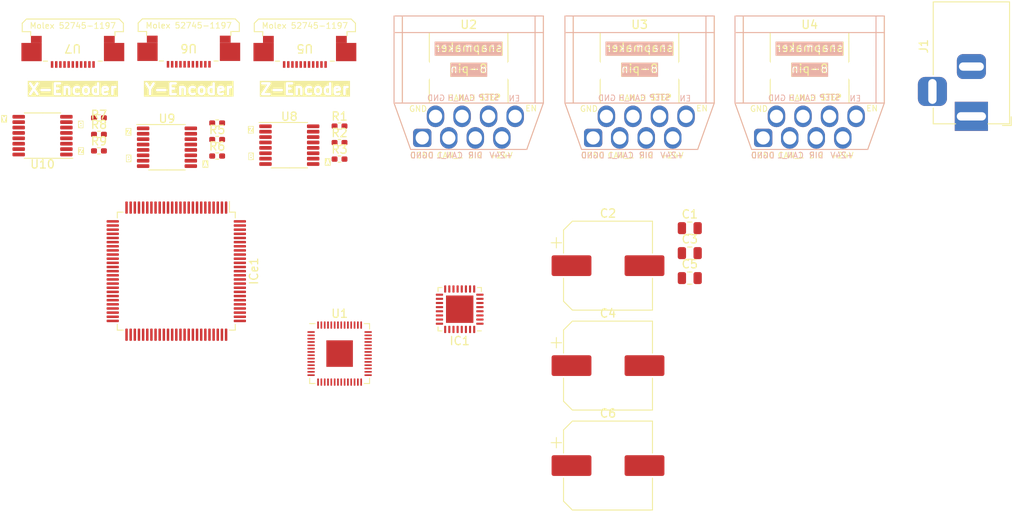
<source format=kicad_pcb>
(kicad_pcb (version 20221018) (generator pcbnew)
  (layers (0 "F.Cu" signal) (31 "B.Cu" signal) (34 "B.Paste" user) (35 "F.Paste" user) (36 "B.SilkS" user "B.Silkscreen") (37 "F.SilkS" user "F.Silkscreen") (38 "B.Mask" user) (39 "F.Mask" user) (44 "Edge.Cuts" user))
  (net 0 "")
  (net 20 "Net-(ICe1-ENC1_A)")
  (net 21 "Net-(ICe1-ENC1_B)")
  (net 22 "Net-(ICe1-ENC1_N)")
  (net 23 "Net-(ICe1-ENC2_A)")
  (net 24 "Net-(ICe1-ENC2_B)")
  (net 25 "Net-(ICe1-ENC2_N)")
  (net 27 "Net-(ICe1-ENC3_A)")
  (net 28 "Net-(ICe1-ENC3_B)")
  (net 30 "Net-(ICe1-ENC3_N)")
  (net 83 "Net-(U1-IOVDD-Pad1)")
  (net 103 "Net-(U1-DVDD-Pad23)")
  (net 143 "Net-(U4-+24V)")
  (net 144 "Net-(U3-+24V)")
  (net 145 "Net-(U2-+24V)")
  (net 146 "Net-(IC1-SDO_S_S1)")
  (net 147 "Net-(IC1-SCK_S_D1)")
  (net 148 "Net-(IC1-~{SCS_S_S2})")
  (net 149 "Net-(IC1-~{SCS2_S3})")
  (net 150 "Net-(IC1-~{SCS3_D3})")
  (net 151 "Net-(IC1-SDI_S_D2)")
  (net 152 "/EN motors")
  (net 153 "GND")
  (net 154 "Net-(IC1-~{SCS_C})")
  (net 155 "Net-(IC1-SCK_C)")
  (net 156 "Net-(IC1-SDI_C)")
  (net 157 "Net-(IC1-SDOZ_C)")
  (net 158 "Net-(U5-B-)")
  (net 159 "Net-(U5-B+)")
  (net 160 "Net-(U5-Z-)")
  (net 161 "Net-(U5-Z+)")
  (net 162 "Net-(U5-A-)")
  (net 163 "Net-(U5-A+)")
  (net 164 "Net-(U6-Z-)")
  (net 165 "Net-(U6-Z+)")
  (net 167 "Net-(U6-B-)")
  (net 168 "Net-(U6-B+)")
  (net 169 "Net-(U6-A-)")
  (net 170 "Net-(U6-A+)")
  (net 171 "Net-(U10-1B)")
  (net 172 "Net-(U10-1A)")
  (net 173 "Net-(U10-2B)")
  (net 174 "Net-(U10-2A)")
  (net 175 "Net-(U10-3B)")
  (net 176 "Net-(U10-3A)")
  (net 178 "/+5V")
  (footprint "Resistor_SMD:R_0402_1005Metric_Pad0.72x0.64mm_HandSolder" (layer "F.Cu") (at 27.175 37.415)
    (fp_text reference "R9" (at 0 -1.17) (layer "F.SilkS"))
    (fp_text value "120")
    (pad "1" smd roundrect (at -0.5975 0) (size 0.715 0.64) (layers "F.Cu" "F.Paste" "F.Mask") (net 175 "Net-(U10-3B)"))
    (pad "2" smd roundrect (at 0.5975 0) (size 0.715 0.64) (layers "F.Cu" "F.Paste" "F.Mask") (net 176 "Net-(U10-3A)"))
  )
  (footprint "Resistor_SMD:R_0402_1005Metric_Pad0.72x0.64mm_HandSolder" (layer "F.Cu") (at 27.175 35.425)
    (fp_text reference "R8" (at 0 -1.17) (layer "F.SilkS"))
    (fp_text value "120")
    (pad "1" smd roundrect (at -0.5975 0) (size 0.715 0.64) (layers "F.Cu" "F.Paste" "F.Mask") (net 173 "Net-(U10-2B)"))
    (pad "2" smd roundrect (at 0.5975 0) (size 0.715 0.64) (layers "F.Cu" "F.Paste" "F.Mask") (net 174 "Net-(U10-2A)"))
  )
  (footprint "medjed-mainboard:snapmaker_8-pin" (layer "F.Cu") (at 71.75 31.65)
    (fp_text reference "U2" (at 0 -9.452 unlocked) (layer "F.SilkS"))
    (fp_text value "~")
    (fp_text user "+24V" (at 3.902243 6.694363 unlocked) (layer "B.SilkS") (effects (font (size 0.7 0.7) (thickness 0.1)) (justify bottom mirror)))
    (fp_text user "DGND" (at -5.653283 6.711068 unlocked) (layer "B.SilkS") (effects (font (size 0.7 0.7) (thickness 0.1)) (justify bottom mirror)))
    (fp_text user "CAN_L" (at -2.278779 6.711068 unlocked) (layer "B.SilkS") (effects (font (size 0.7 0.7) (thickness 0.1)) (justify bottom mirror)))
    (fp_text user "snapmaker" (at 0 -6.096 unlocked) (layer "B.SilkS" knockout) (effects (justify bottom mirror)))
    (fp_text user "CAN_H" (at -0.903861 -0.209836 unlocked) (layer "B.SilkS") (effects (font (size 0.7 0.7) (thickness 0.1)) (justify bottom mirror)))
    (fp_text user "EN" (at 6.247616 -0.137944 unlocked) (layer "B.SilkS") (effects (font (size 0.7 0.7) (thickness 0.1)) (justify left bottom mirror)))
    (fp_text user "8-pin" (at 0 -3.556 unlocked) (layer "B.SilkS" knockout) (effects (justify bottom mirror)))
    (fp_text user "STEP" (at 2.408302 -0.262986 unlocked) (layer "B.SilkS") (effects (font (size 0.7 0.7) (thickness 0.1)) (justify bottom mirror)))
    (fp_text user "DIR" (at 0.795026 6.694363 unlocked) (layer "B.SilkS") (effects (font (size 0.7 0.7) (thickness 0.1)) (justify bottom mirror)))
    (fp_text user "GND" (at -3.933479 -0.194218 unlocked) (layer "B.SilkS") (effects (font (size 0.7 0.7) (thickness 0.1)) (justify bottom mirror)))
    (fp_text user "EN" (at 6.775583 1.045608 unlocked) (layer "F.SilkS") (effects (font (size 0.7 0.7) (thickness 0.1)) (justify left bottom)))
    (fp_text user "CAN_H" (at -2.562273 -0.211602 unlocked) (layer "F.SilkS") (effects (font (size 0.7 0.7) (thickness 0.1)) (justify left bottom)))
    (fp_text user "STEP" (at 1.213161 -0.267287 unlocked) (layer "F.SilkS") (effects (font (size 0.7 0.7)) (justify left bottom)))
    (fp_text user "DIR" (at 0.786302 6.730219 unlocked) (layer "F.SilkS") (effects (font (size 0.7 0.7) (thickness 0.1)) (justify bottom)))
    (fp_text user "DGND" (at -5.632547 6.708533 unlocked) (layer "F.SilkS") (effects (font (size 0.7 0.7) (thickness 0.1)) (justify bottom)))
    (fp_text user "GND" (at -6.108902 1.097671 unlocked) (layer "F.SilkS") (effects (font (size 0.7 0.7) (thickness 0.1)) (justify bottom)))
    (fp_text user "8-pin" (at 0 -3.556 unlocked) (layer "F.SilkS" knockout) (effects (justify bottom)))
    (fp_text user "+24V" (at 3.895635 6.707945 unlocked) (layer "F.SilkS") (effects (font (size 0.7 0.7) (thickness 0.1)) (justify bottom)))
    (fp_text user "snapmaker" (at 0 -6.096 unlocked) (layer "F.SilkS" knockout) (effects (justify bottom)))
    (fp_text user "CAN_L" (at -2.267835 6.712246 unlocked) (layer "F.SilkS") (effects (font (size 0.7 0.7) (thickness 0.1)) (justify bottom)))
    (pad "" np_thru_hole circle (at -6 -3.9) (size 3.2 3.2) (drill 3.2) (layers "F&B.Cu" "*.Mask"))
    (pad "" np_thru_hole circle (at 6 -3.9) (size 3.2 3.2) (drill 3.2) (layers "F&B.Cu" "*.Mask"))
    (pad "1" thru_hole roundrect (at -5.6 4.2 270) (size 2.2 2.2) (drill 1.6) (layers "*.Cu" "*.Mask") (roundrect_rratio 0.2))
    (pad "2" thru_hole roundrect (at -4 1.6) (size 2.1 2.6) (drill 1.6) (layers "*.Cu" "*.Mask") (roundrect_rratio 0.5) (net 153 "GND"))
    (pad "3" thru_hole roundrect (at -2.4 4.2 180) (size 2.1 2.6) (drill 1.6) (layers "*.Cu" "*.Mask") (roundrect_rratio 0.5))
    (pad "4" thru_hole roundrect (at -0.8 1.6 180) (size 2.1 2.6) (drill 1.6) (layers "*.Cu" "*.Mask") (roundrect_rratio 0.5))
    (pad "5" thru_hole roundrect (at 0.8 4.2 180) (size 2.1 2.6) (drill 1.6) (layers "*.Cu" "*.Mask") (roundrect_rratio 0.5) (net 151 "Net-(IC1-SDI_S_D2)"))
    (pad "6" thru_hole roundrect (at 2.4 1.6 180) (size 2.1 2.6) (drill 1.6) (layers "*.Cu" "*.Mask") (roundrect_rratio 0.5) (net 148 "Net-(IC1-~{SCS_S_S2})"))
    (pad "7" thru_hole roundrect (at 4 4.2 180) (size 2.1 2.6) (drill 1.6) (layers "*.Cu" "*.Mask") (roundrect_rratio 0.5) (net 145 "Net-(U2-+24V)"))
    (pad "8" thru_hole roundrect (at 5.6 1.6 180) (size 2.1 2.6) (drill 1.6) (layers "*.Cu" "*.Mask") (roundrect_rratio 0.5) (net 152 "/EN motors"))
  )
  (footprint "medjed-mainboard:TSSOP-16-AM26LS32A" (layer "F.Cu") (at 20.375 35.575 180)
    (fp_text reference "U10" (at 0 -3.45) (layer "F.SilkS"))
    (fp_text value "~")
    (fp_text user "B" (at -4.625346 1.727824 180 unlocked) (layer "F.SilkS" knockout) (effects (font (size 0.6 0.6) (thickness 0.15) bold) (justify bottom)))
    (fp_text user "A" (at 4.631231 2.411775 180 unlocked) (layer "F.SilkS" knockout) (effects (font (size 0.6 0.6) (thickness 0.15) bold) (justify bottom)))
    (fp_text user "Z" (at -4.638889 -1.476602 180 unlocked) (layer "F.SilkS" knockout) (effects (font (size 0.6 0.6) (thickness 0.15) bold) (justify bottom)))
    (pad "1" smd roundrect (at -2.875 -2.275 180) (size 1.5 0.45) (layers "F.Cu" "F.Paste" "F.Mask") (net 171 "Net-(U10-1B)"))
    (pad "2" smd roundrect (at -2.875 -1.625 180) (size 1.5 0.45) (layers "F.Cu" "F.Paste" "F.Mask") (net 172 "Net-(U10-1A)"))
    (pad "3" smd roundrect (at -2.875 -0.975 180) (size 1.5 0.45) (layers "F.Cu" "F.Paste" "F.Mask") (net 30 "Net-(ICe1-ENC3_N)"))
    (pad "4" smd roundrect (at -2.875 -0.325 180) (size 1.5 0.45) (layers "F.Cu" "F.Paste" "F.Mask"))
    (pad "5" smd roundrect (at -2.875 0.325 180) (size 1.5 0.45) (layers "F.Cu" "F.Paste" "F.Mask") (net 28 "Net-(ICe1-ENC3_B)"))
    (pad "6" smd roundrect (at -2.875 0.975 180) (size 1.5 0.45) (layers "F.Cu" "F.Paste" "F.Mask") (net 174 "Net-(U10-2A)"))
    (pad "7" smd roundrect (at -2.875 1.625 180) (size 1.5 0.45) (layers "F.Cu" "F.Paste" "F.Mask") (net 173 "Net-(U10-2B)"))
    (pad "8" smd roundrect (at -2.875 2.275 180) (size 1.5 0.45) (layers "F.Cu" "F.Paste" "F.Mask") (net 153 "GND"))
    (pad "9" smd roundrect (at 2.875 2.275 180) (size 1.5 0.45) (layers "F.Cu" "F.Paste" "F.Mask") (net 175 "Net-(U10-3B)"))
    (pad "10" smd roundrect (at 2.875 1.625 180) (size 1.5 0.45) (layers "F.Cu" "F.Paste" "F.Mask") (net 176 "Net-(U10-3A)"))
    (pad "11" smd roundrect (at 2.875 0.975 180) (size 1.5 0.45) (layers "F.Cu" "F.Paste" "F.Mask") (net 27 "Net-(ICe1-ENC3_A)"))
    (pad "12" smd roundrect (at 2.875 0.325 180) (size 1.5 0.45) (layers "F.Cu" "F.Paste" "F.Mask"))
    (pad "13" smd roundrect (at 2.875 -0.325 180) (size 1.5 0.45) (layers "F.Cu" "F.Paste" "F.Mask"))
    (pad "14" smd roundrect (at 2.875 -0.975 180) (size 1.5 0.45) (layers "F.Cu" "F.Paste" "F.Mask"))
    (pad "15" smd roundrect (at 2.875 -1.625 180) (size 1.5 0.45) (layers "F.Cu" "F.Paste" "F.Mask"))
    (pad "16" smd roundrect (at 2.875 -2.275 180) (size 1.5 0.45) (layers "F.Cu" "F.Paste" "F.Mask") (net 178 "/+5V"))
  )
  (footprint "medjed-mainboard:CP_Elec_220uf" (layer "F.Cu") (at 88.542 75.35)
    (fp_text reference "C6" (at 0 -6.3) (layer "F.SilkS"))
    (fp_text value "220uF")
    (pad "1" smd roundrect (at -4.4 0) (size 4.8 2.5) (layers "F.Cu" "F.Paste" "F.Mask") (roundrect_rratio 0.1) (net 144 "Net-(U3-+24V)"))
    (pad "2" smd roundrect (at 4.4 0) (size 4.8 2.5) (layers "F.Cu" "F.Paste" "F.Mask") (roundrect_rratio 0.1) (net 153 "GND"))
  )
  (footprint "medjed-mainboard:BarrelJack_Horizontal" (layer "F.Cu") (at 132.35 33.25 -90)
    (fp_text reference "J1" (at -8.45 5.75 90) (layer "F.SilkS"))
    (fp_text value "Barrel_Jack")
    (pad "1" thru_hole rect (at 0 0 270) (size 3.5 4) (drill oval 1 3.52) (layers "*.Cu" "*.Mask"))
    (pad "2" thru_hole roundrect (at -6 0 270) (size 3 3.5) (drill oval 1 3) (layers "*.Cu" "*.Mask"))
    (pad "3" thru_hole roundrect (at -3 4.7 270) (size 3.5 3.5) (drill oval 3 1) (layers "*.Cu" "*.Mask"))
  )
  (footprint "Resistor_SMD:R_0402_1005Metric_Pad0.72x0.64mm_HandSolder" (layer "F.Cu") (at 41.425 34.055)
    (fp_text reference "R4" (at 32.25 -9.17) (layer "F.SilkS"))
    (fp_text value "120")
    (pad "1" smd roundrect (at -0.5975 0) (size 0.715 0.64) (layers "F.Cu" "F.Paste" "F.Mask") (net 164 "Net-(U6-Z-)"))
    (pad "2" smd roundrect (at 0.5975 0) (size 0.715 0.64) (layers "F.Cu" "F.Paste" "F.Mask") (net 165 "Net-(U6-Z+)"))
  )
  (footprint "Resistor_SMD:R_0402_1005Metric_Pad0.72x0.64mm_HandSolder" (layer "F.Cu") (at 56.175 34.425)
    (fp_text reference "R1" (at 0 -1.17) (layer "F.SilkS"))
    (fp_text value "120")
    (pad "1" smd roundrect (at -0.5975 0) (size 0.715 0.64) (layers "F.Cu" "F.Paste" "F.Mask") (net 158 "Net-(U5-B-)"))
    (pad "2" smd roundrect (at 0.5975 0) (size 0.715 0.64) (layers "F.Cu" "F.Paste" "F.Mask") (net 159 "Net-(U5-B+)"))
  )
  (footprint "Resistor_SMD:R_0402_1005Metric_Pad0.72x0.64mm_HandSolder" (layer "F.Cu") (at 41.425 36.045)
    (fp_text reference "R5" (at 0 -1.17) (layer "F.SilkS"))
    (fp_text value "120")
    (pad "1" smd roundrect (at -0.5975 0) (size 0.715 0.64) (layers "F.Cu" "F.Paste" "F.Mask") (net 167 "Net-(U6-B-)"))
    (pad "2" smd roundrect (at 0.5975 0) (size 0.715 0.64) (layers "F.Cu" "F.Paste" "F.Mask") (net 168 "Net-(U6-B+)"))
  )
  (footprint "Package_DFN_QFN:QFN-56-1EP_7x7mm_P0.4mm_EP3.2x3.2mm" (layer "F.Cu") (at 56.1875 61.85)
    (fp_text reference "U1" (at 0 -4.82) (layer "F.SilkS"))
    (fp_text value "RP2040")
    (pad "1" smd roundrect (at -3.4375 -2.6) (size 0.875 0.2) (layers "F.Cu" "F.Paste" "F.Mask") (net 83 "Net-(U1-IOVDD-Pad1)"))
    (pad "2" smd roundrect (at -3.4375 -2.2) (size 0.875 0.2) (layers "F.Cu" "F.Paste" "F.Mask"))
    (pad "3" smd roundrect (at -3.4375 -1.8) (size 0.875 0.2) (layers "F.Cu" "F.Paste" "F.Mask"))
    (pad "4" smd roundrect (at -3.4375 -1.4) (size 0.875 0.2) (layers "F.Cu" "F.Paste" "F.Mask"))
    (pad "5" smd roundrect (at -3.4375 -1) (size 0.875 0.2) (layers "F.Cu" "F.Paste" "F.Mask"))
    (pad "6" smd roundrect (at -3.4375 -0.6) (size 0.875 0.2) (layers "F.Cu" "F.Paste" "F.Mask"))
    (pad "7" smd roundrect (at -3.4375 -0.2) (size 0.875 0.2) (layers "F.Cu" "F.Paste" "F.Mask"))
    (pad "8" smd roundrect (at -3.4375 0.2) (size 0.875 0.2) (layers "F.Cu" "F.Paste" "F.Mask"))
    (pad "9" smd roundrect (at -3.4375 0.6) (size 0.875 0.2) (layers "F.Cu" "F.Paste" "F.Mask"))
    (pad "10" smd roundrect (at -3.4375 1) (size 0.875 0.2) (layers "F.Cu" "F.Paste" "F.Mask") (net 83 "Net-(U1-IOVDD-Pad1)"))
    (pad "11" smd roundrect (at -3.4375 1.4) (size 0.875 0.2) (layers "F.Cu" "F.Paste" "F.Mask"))
    (pad "12" smd roundrect (at -3.4375 1.8) (size 0.875 0.2) (layers "F.Cu" "F.Paste" "F.Mask"))
    (pad "13" smd roundrect (at -3.4375 2.2) (size 0.875 0.2) (layers "F.Cu" "F.Paste" "F.Mask"))
    (pad "14" smd roundrect (at -3.4375 2.6) (size 0.875 0.2) (layers "F.Cu" "F.Paste" "F.Mask"))
    (pad "15" smd roundrect (at -2.6 3.4375) (size 0.2 0.875) (layers "F.Cu" "F.Paste" "F.Mask"))
    (pad "16" smd roundrect (at -2.2 3.4375) (size 0.2 0.875) (layers "F.Cu" "F.Paste" "F.Mask"))
    (pad "17" smd roundrect (at -1.8 3.4375) (size 0.2 0.875) (layers "F.Cu" "F.Paste" "F.Mask"))
    (pad "18" smd roundrect (at -1.4 3.4375) (size 0.2 0.875) (layers "F.Cu" "F.Paste" "F.Mask"))
    (pad "19" smd roundrect (at -1 3.4375) (size 0.2 0.875) (layers "F.Cu" "F.Paste" "F.Mask"))
    (pad "20" smd roundrect (at -0.6 3.4375) (size 0.2 0.875) (layers "F.Cu" "F.Paste" "F.Mask"))
    (pad "21" smd roundrect (at -0.2 3.4375) (size 0.2 0.875) (layers "F.Cu" "F.Paste" "F.Mask"))
    (pad "22" smd roundrect (at 0.2 3.4375) (size 0.2 0.875) (layers "F.Cu" "F.Paste" "F.Mask") (net 83 "Net-(U1-IOVDD-Pad1)"))
    (pad "23" smd roundrect (at 0.6 3.4375) (size 0.2 0.875) (layers "F.Cu" "F.Paste" "F.Mask") (net 103 "Net-(U1-DVDD-Pad23)"))
    (pad "24" smd roundrect (at 1 3.4375) (size 0.2 0.875) (layers "F.Cu" "F.Paste" "F.Mask"))
    (pad "25" smd roundrect (at 1.4 3.4375) (size 0.2 0.875) (layers "F.Cu" "F.Paste" "F.Mask"))
    (pad "26" smd roundrect (at 1.8 3.4375) (size 0.2 0.875) (layers "F.Cu" "F.Paste" "F.Mask"))
    (pad "27" smd roundrect (at 2.2 3.4375) (size 0.2 0.875) (layers "F.Cu" "F.Paste" "F.Mask"))
    (pad "28" smd roundrect (at 2.6 3.4375) (size 0.2 0.875) (layers "F.Cu" "F.Paste" "F.Mask"))
    (pad "29" smd roundrect (at 3.4375 2.6) (size 0.875 0.2) (layers "F.Cu" "F.Paste" "F.Mask"))
    (pad "30" smd roundrect (at 3.4375 2.2) (size 0.875 0.2) (layers "F.Cu" "F.Paste" "F.Mask"))
    (pad "31" smd roundrect (at 3.4375 1.8) (size 0.875 0.2) (layers "F.Cu" "F.Paste" "F.Mask"))
    (pad "32" smd roundrect (at 3.4375 1.4) (size 0.875 0.2) (layers "F.Cu" "F.Paste" "F.Mask"))
    (pad "33" smd roundrect (at 3.4375 1) (size 0.875 0.2) (layers "F.Cu" "F.Paste" "F.Mask") (net 83 "Net-(U1-IOVDD-Pad1)"))
    (pad "34" smd roundrect (at 3.4375 0.6) (size 0.875 0.2) (layers "F.Cu" "F.Paste" "F.Mask"))
    (pad "35" smd roundrect (at 3.4375 0.2) (size 0.875 0.2) (layers "F.Cu" "F.Paste" "F.Mask"))
    (pad "36" smd roundrect (at 3.4375 -0.2) (size 0.875 0.2) (layers "F.Cu" "F.Paste" "F.Mask"))
    (pad "37" smd roundrect (at 3.4375 -0.6) (size 0.875 0.2) (layers "F.Cu" "F.Paste" "F.Mask"))
    (pad "38" smd roundrect (at 3.4375 -1) (size 0.875 0.2) (layers "F.Cu" "F.Paste" "F.Mask"))
    (pad "39" smd roundrect (at 3.4375 -1.4) (size 0.875 0.2) (layers "F.Cu" "F.Paste" "F.Mask"))
    (pad "40" smd roundrect (at 3.4375 -1.8) (size 0.875 0.2) (layers "F.Cu" "F.Paste" "F.Mask"))
    (pad "41" smd roundrect (at 3.4375 -2.2) (size 0.875 0.2) (layers "F.Cu" "F.Paste" "F.Mask"))
    (pad "42" smd roundrect (at 3.4375 -2.6) (size 0.875 0.2) (layers "F.Cu" "F.Paste" "F.Mask") (net 83 "Net-(U1-IOVDD-Pad1)"))
    (pad "43" smd roundrect (at 2.6 -3.4375) (size 0.2 0.875) (layers "F.Cu" "F.Paste" "F.Mask"))
    (pad "44" smd roundrect (at 2.2 -3.4375) (size 0.2 0.875) (layers "F.Cu" "F.Paste" "F.Mask"))
    (pad "45" smd roundrect (at 1.8 -3.4375) (size 0.2 0.875) (layers "F.Cu" "F.Paste" "F.Mask"))
    (pad "46" smd roundrect (at 1.4 -3.4375) (size 0.2 0.875) (layers "F.Cu" "F.Paste" "F.Mask"))
    (pad "47" smd roundrect (at 1 -3.4375) (size 0.2 0.875) (layers "F.Cu" "F.Paste" "F.Mask"))
    (pad "48" smd roundrect (at 0.6 -3.4375) (size 0.2 0.875) (layers "F.Cu" "F.Paste" "F.Mask"))
    (pad "49" smd roundrect (at 0.2 -3.4375) (size 0.2 0.875) (layers "F.Cu" "F.Paste" "F.Mask") (net 83 "Net-(U1-IOVDD-Pad1)"))
    (pad "50" smd roundrect (at -0.2 -3.4375) (size 0.2 0.875) (layers "F.Cu" "F.Paste" "F.Mask") (net 103 "Net-(U1-DVDD-Pad23)"))
    (pad "51" smd roundrect (at -0.6 -3.4375) (size 0.2 0.875) (layers "F.Cu" "F.Paste" "F.Mask"))
    (pad "52" smd roundrect (at -1 -3.4375) (size 0.2 0.875) (layers "F.Cu" "F.Paste" "F.Mask"))
    (pad "53" smd roundrect (at -1.4 -3.4375) (size 0.2 0.875) (layers "F.Cu" "F.Paste" "F.Mask"))
    (pad "54" smd roundrect (at -1.8 -3.4375) (size 0.2 0.875) (layers "F.Cu" "F.Paste" "F.Mask"))
    (pad "55" smd roundrect (at -2.2 -3.4375) (size 0.2 0.875) (layers "F.Cu" "F.Paste" "F.Mask"))
    (pad "56" smd roundrect (at -2.6 -3.4375) (size 0.2 0.875) (layers "F.Cu" "F.Paste" "F.Mask"))
    (pad "57" smd rect (at 0 0) (size 3.2 3.2) (layers "F.Cu" "F.Mask"))
  )
  (footprint "medjed-mainboard:Molex 52745-1197" (layer "F.Cu") (at 52 26.6 180)
    (fp_text reference "U5" (at 0 1.524 180 unlocked) (layer "F.SilkS"))
    (fp_text value "~")
    (fp_text user "Molex 52745-1197" (at 0 3.864 unlocked) (layer "F.SilkS") (effects (font (size 0.7 0.7) (thickness 0.1)) (justify bottom)))
    (pad "1" smd roundrect (at 2.5 -0.4 270) (size 0.8 0.3) (layers "F.Cu" "F.Paste" "F.Mask") (roundrect_rratio 0.05) (net 178 "/+5V"))
    (pad "2" smd roundrect (at 2 -0.4 270) (size 0.8 0.3) (layers "F.Cu" "F.Paste" "F.Mask") (roundrect_rratio 0.05) (net 178 "/+5V"))
    (pad "3" smd roundrect (at 1.5 -0.4 270) (size 0.8 0.3) (layers "F.Cu" "F.Paste" "F.Mask") (roundrect_rratio 0.05) (net 153 "GND"))
    (pad "4" smd roundrect (at 1 -0.4 270) (size 0.8 0.3) (layers "F.Cu" "F.Paste" "F.Mask") (roundrect_rratio 0.05) (net 153 "GND"))
    (pad "5" smd roundrect (at 0.5 -0.4 270) (size 0.8 0.3) (layers "F.Cu" "F.Paste" "F.Mask") (roundrect_rratio 0.05) (net 163 "Net-(U5-A+)"))
    (pad "6" smd roundrect (at 0 -0.4 270) (size 0.8 0.3) (layers "F.Cu" "F.Paste" "F.Mask") (roundrect_rratio 0.05) (net 162 "Net-(U5-A-)"))
    (pad "7" smd roundrect (at -0.5 -0.4 270) (size 0.8 0.3) (layers "F.Cu" "F.Paste" "F.Mask") (roundrect_rratio 0.05) (net 159 "Net-(U5-B+)"))
    (pad "8" smd roundrect (at -1 -0.4 270) (size 0.8 0.3) (layers "F.Cu" "F.Paste" "F.Mask") (roundrect_rratio 0.05) (net 158 "Net-(U5-B-)"))
    (pad "9" smd roundrect (at -1.5 -0.4 270) (size 0.8 0.3) (layers "F.Cu" "F.Paste" "F.Mask") (roundrect_rratio 0.05))
    (pad "10" smd roundrect (at -2 -0.4 270) (size 0.8 0.3) (layers "F.Cu" "F.Paste" "F.Mask") (roundrect_rratio 0.05) (net 161 "Net-(U5-Z+)"))
    (pad "11" smd roundrect (at -2.5 -0.4 270) (size 0.8 0.3) (layers "F.Cu" "F.Paste" "F.Mask") (roundrect_rratio 0.05) (net 160 "Net-(U5-Z-)"))
    (pad "12" smd rect (at -4.975 1.1 180) (size 2.45 2.2) (layers "F.Cu" "F.Paste" "F.Mask"))
    (pad "12" smd rect (at -4.4 2.625 180) (size 1.3 0.85) (layers "F.Cu" "F.Paste" "F.Mask"))
    (pad "12" smd rect (at 4.4 2.625 180) (size 1.3 0.85) (layers "F.Cu" "F.Paste" "F.Mask"))
    (pad "12" smd rect (at 4.975 1.1 180) (size 2.45 2.2) (layers "F.Cu" "F.Paste" "F.Mask"))
  )
  (footprint "medjed-mainboard:TSSOP-16-AM26LS32A" (layer "F.Cu") (at 35.375 36.975)
    (fp_text reference "U9" (at 0 -3.45) (layer "F.SilkS"))
    (fp_text value "~")
    (fp_text user "A" (at 4.631231 2.411775 unlocked) (layer "F.SilkS" knockout) (effects (font (size 0.6 0.6) (thickness 0.15) bold) (justify bottom)))
    (fp_text user "B" (at -4.625346 1.727824 unlocked) (layer "F.SilkS" knockout) (effects (font (size 0.6 0.6) (thickness 0.15) bold) (justify bottom)))
    (fp_text user "Z" (at -4.638889 -1.476602 unlocked) (layer "F.SilkS" knockout) (effects (font (size 0.6 0.6) (thickness 0.15) bold) (justify bottom)))
    (pad "1" smd roundrect (at -2.875 -2.275) (size 1.5 0.45) (layers "F.Cu" "F.Paste" "F.Mask") (net 164 "Net-(U6-Z-)"))
    (pad "2" smd roundrect (at -2.875 -1.625) (size 1.5 0.45) (layers "F.Cu" "F.Paste" "F.Mask") (net 165 "Net-(U6-Z+)"))
    (pad "3" smd roundrect (at -2.875 -0.975) (size 1.5 0.45) (layers "F.Cu" "F.Paste" "F.Mask") (net 25 "Net-(ICe1-ENC2_N)"))
    (pad "4" smd roundrect (at -2.875 -0.325) (size 1.5 0.45) (layers "F.Cu" "F.Paste" "F.Mask"))
    (pad "5" smd roundrect (at -2.875 0.325) (size 1.5 0.45) (layers "F.Cu" "F.Paste" "F.Mask") (net 24 "Net-(ICe1-ENC2_B)"))
    (pad "6" smd roundrect (at -2.875 0.975) (size 1.5 0.45) (layers "F.Cu" "F.Paste" "F.Mask") (net 168 "Net-(U6-B+)"))
    (pad "7" smd roundrect (at -2.875 1.625) (size 1.5 0.45) (layers "F.Cu" "F.Paste" "F.Mask") (net 167 "Net-(U6-B-)"))
    (pad "8" smd roundrect (at -2.875 2.275) (size 1.5 0.45) (layers "F.Cu" "F.Paste" "F.Mask") (net 153 "GND"))
    (pad "9" smd roundrect (at 2.875 2.275) (size 1.5 0.45) (layers "F.Cu" "F.Paste" "F.Mask") (net 169 "Net-(U6-A-)"))
    (pad "10" smd roundrect (at 2.875 1.625) (size 1.5 0.45) (layers "F.Cu" "F.Paste" "F.Mask") (net 170 "Net-(U6-A+)"))
    (pad "11" smd roundrect (at 2.875 0.975) (size 1.5 0.45) (layers "F.Cu" "F.Paste" "F.Mask") (net 23 "Net-(ICe1-ENC2_A)"))
    (pad "12" smd roundrect (at 2.875 0.325) (size 1.5 0.45) (layers "F.Cu" "F.Paste" "F.Mask"))
    (pad "13" smd roundrect (at 2.875 -0.325) (size 1.5 0.45) (layers "F.Cu" "F.Paste" "F.Mask"))
    (pad "14" smd roundrect (at 2.875 -0.975) (size 1.5 0.45) (layers "F.Cu" "F.Paste" "F.Mask"))
    (pad "15" smd roundrect (at 2.875 -1.625) (size 1.5 0.45) (layers "F.Cu" "F.Paste" "F.Mask"))
    (pad "16" smd roundrect (at 2.875 -2.275) (size 1.5 0.45) (layers "F.Cu" "F.Paste" "F.Mask") (net 178 "/+5V"))
  )
  (footprint "medjed-mainboard:CP_Elec_220uf" (layer "F.Cu") (at 88.542 51.25)
    (fp_text reference "C2" (at 0 -6.3) (layer "F.SilkS"))
    (fp_text value "220uF")
    (pad "1" smd roundrect (at -4.4 0) (size 4.8 2.5) (layers "F.Cu" "F.Paste" "F.Mask") (roundrect_rratio 0.1) (net 143 "Net-(U4-+24V)"))
    (pad "2" smd roundrect (at 4.4 0) (size 4.8 2.5) (layers "F.Cu" "F.Paste" "F.Mask") (roundrect_rratio 0.1) (net 153 "GND"))
  )
  (footprint "medjed-mainboard:snapmaker_8-pin" (layer "F.Cu") (at 112.85 31.65)
    (fp_text reference "U4" (at 0 -9.452 unlocked) (layer "F.SilkS"))
    (fp_text value "~")
    (fp_text user "EN" (at 6.247616 -0.137944 unlocked) (layer "B.SilkS") (effects (font (size 0.7 0.7) (thickness 0.1)) (justify left bottom mirror)))
    (fp_text user "DGND" (at -5.653283 6.711068 unlocked) (layer "B.SilkS") (effects (font (size 0.7 0.7) (thickness 0.1)) (justify bottom mirror)))
    (fp_text user "+24V" (at 3.902243 6.694363 unlocked) (layer "B.SilkS") (effects (font (size 0.7 0.7) (thickness 0.1)) (justify bottom mirror)))
    (fp_text user "CAN_H" (at -0.903861 -0.209836 unlocked) (layer "B.SilkS") (effects (font (size 0.7 0.7) (thickness 0.1)) (justify bottom mirror)))
    (fp_text user "snapmaker" (at 0 -6.096 unlocked) (layer "B.SilkS" knockout) (effects (justify bottom mirror)))
    (fp_text user "8-pin" (at 0 -3.556 unlocked) (layer "B.SilkS" knockout) (effects (justify bottom mirror)))
    (fp_text user "DIR" (at 0.795026 6.694363 unlocked) (layer "B.SilkS") (effects (font (size 0.7 0.7) (thickness 0.1)) (justify bottom mirror)))
    (fp_text user "GND" (at -3.933479 -0.194218 unlocked) (layer "B.SilkS") (effects (font (size 0.7 0.7) (thickness 0.1)) (justify bottom mirror)))
    (fp_text user "CAN_L" (at -2.278779 6.711068 unlocked) (layer "B.SilkS") (effects (font (size 0.7 0.7) (thickness 0.1)) (justify bottom mirror)))
    (fp_text user "STEP" (at 2.408302 -0.262986 unlocked) (layer "B.SilkS") (effects (font (size 0.7 0.7) (thickness 0.1)) (justify bottom mirror)))
    (fp_text user "STEP" (at 1.213161 -0.267287 unlocked) (layer "F.SilkS") (effects (font (size 0.7 0.7)) (justify left bottom)))
    (fp_text user "DGND" (at -5.632547 6.708533 unlocked) (layer "F.SilkS") (effects (font (size 0.7 0.7) (thickness 0.1)) (justify bottom)))
    (fp_text user "CAN_L" (at -2.267835 6.712246 unlocked) (layer "F.SilkS") (effects (font (size 0.7 0.7) (thickness 0.1)) (justify bottom)))
    (fp_text user "+24V" (at 3.895635 6.707945 unlocked) (layer "F.SilkS") (effects (font (size 0.7 0.7) (thickness 0.1)) (justify bottom)))
    (fp_text user "snapmaker" (at 0 -6.096 unlocked) (layer "F.SilkS" knockout) (effects (justify bottom)))
    (fp_text user "GND" (at -6.108902 1.097671 unlocked) (layer "F.SilkS") (effects (font (size 0.7 0.7) (thickness 0.1)) (justify bottom)))
    (fp_text user "EN" (at 6.775583 1.045608 unlocked) (layer "F.SilkS") (effects (font (size 0.7 0.7) (thickness 0.1)) (justify left bottom)))
    (fp_text user "8-pin" (at 0 -3.556 unlocked) (layer "F.SilkS" knockout) (effects (justify bottom)))
    (fp_text user "CAN_H" (at -2.562273 -0.211602 unlocked) (layer "F.SilkS") (effects (font (size 0.7 0.7) (thickness 0.1)) (justify left bottom)))
    (fp_text user "DIR" (at 0.786302 6.730219 unlocked) (layer "F.SilkS") (effects (font (size 0.7 0.7) (thickness 0.1)) (justify bottom)))
    (pad "" np_thru_hole circle (at -6 -3.9) (size 3.2 3.2) (drill 3.2) (layers "F&B.Cu" "*.Mask"))
    (pad "" np_thru_hole circle (at 6 -3.9) (size 3.2 3.2) (drill 3.2) (layers "F&B.Cu" "*.Mask"))
    (pad "1" thru_hole roundrect (at -5.6 4.2 270) (size 2.2 2.2) (drill 1.6) (layers "*.Cu" "*.Mask") (roundrect_rratio 0.2))
    (pad "2" thru_hole roundrect (at -4 1.6) (size 2.1 2.6) (drill 1.6) (layers "*.Cu" "*.Mask") (roundrect_rratio 0.5) (net 153 "GND"))
    (pad "3" thru_hole roundrect (at -2.4 4.2 180) (size 2.1 2.6) (drill 1.6) (layers "*.Cu" "*.Mask") (roundrect_rratio 0.5))
    (pad "4" thru_hole roundrect (at -0.8 1.6 180) (size 2.1 2.6) (drill 1.6) (layers "*.Cu" "*.Mask") (roundrect_rratio 0.5))
    (pad "5" thru_hole roundrect (at 0.8 4.2 180) (size 2.1 2.6) (drill 1.6) (layers "*.Cu" "*.Mask") (roundrect_rratio 0.5) (net 150 "Net-(IC1-~{SCS3_D3})"))
    (pad "6" thru_hole roundrect (at 2.4 1.6 180) (size 2.1 2.6) (drill 1.6) (layers "*.Cu" "*.Mask") (roundrect_rratio 0.5) (net 149 "Net-(IC1-~{SCS2_S3})"))
    (pad "7" thru_hole roundrect (at 4 4.2 180) (size 2.1 2.6) (drill 1.6) (layers "*.Cu" "*.Mask") (roundrect_rratio 0.5) (net 143 "Net-(U4-+24V)"))
    (pad "8" thru_hole roundrect (at 5.6 1.6 180) (size 2.1 2.6) (drill 1.6) (layers "*.Cu" "*.Mask") (roundrect_rratio 0.5) (net 152 "/EN motors"))
  )
  (footprint "Resistor_SMD:R_0402_1005Metric_Pad0.72x0.64mm_HandSolder" (layer "F.Cu") (at 56.175 36.415)
    (fp_text reference "R2" (at 0 -1.17) (layer "F.SilkS"))
    (fp_text value "120")
    (pad "1" smd roundrect (at -0.5975 0) (size 0.715 0.64) (layers "F.Cu" "F.Paste" "F.Mask") (net 160 "Net-(U5-Z-)"))
    (pad "2" smd roundrect (at 0.5975 0) (size 0.715 0.64) (layers "F.Cu" "F.Paste" "F.Mask") (net 161 "Net-(U5-Z+)"))
  )
  (footprint "Resistor_SMD:R_0402_1005Metric_Pad0.72x0.64mm_HandSolder" (layer "F.Cu") (at 27.175 33.435)
    (fp_text reference "R7" (at 0 -0.38) (layer "F.SilkS"))
    (fp_text value "120")
    (pad "1" smd roundrect (at -0.5975 0) (size 0.715 0.64) (layers "F.Cu" "F.Paste" "F.Mask") (net 171 "Net-(U10-1B)"))
    (pad "2" smd roundrect (at 0.5975 0) (size 0.715 0.64) (layers "F.Cu" "F.Paste" "F.Mask") (net 172 "Net-(U10-1A)"))
  )
  (footprint "medjed-mainboard:Molex 52745-1197" (layer "F.Cu") (at 24.025 26.6 180)
    (fp_text reference "U7" (at 0 1.524 180 unlocked) (layer "F.SilkS"))
    (fp_text value "~")
    (fp_text user "Molex 52745-1197" (at 0 3.864 unlocked) (layer "F.SilkS") (effects (font (size 0.7 0.7) (thickness 0.1)) (justify bottom)))
    (pad "1" smd roundrect (at 2.5 -0.4 270) (size 0.8 0.3) (layers "F.Cu" "F.Paste" "F.Mask") (roundrect_rratio 0.05) (net 178 "/+5V"))
    (pad "2" smd roundrect (at 2 -0.4 270) (size 0.8 0.3) (layers "F.Cu" "F.Paste" "F.Mask") (roundrect_rratio 0.05) (net 178 "/+5V"))
    (pad "3" smd roundrect (at 1.5 -0.4 270) (size 0.8 0.3) (layers "F.Cu" "F.Paste" "F.Mask") (roundrect_rratio 0.05) (net 153 "GND"))
    (pad "4" smd roundrect (at 1 -0.4 270) (size 0.8 0.3) (layers "F.Cu" "F.Paste" "F.Mask") (roundrect_rratio 0.05))
    (pad "5" smd roundrect (at 0.5 -0.4 270) (size 0.8 0.3) (layers "F.Cu" "F.Paste" "F.Mask") (roundrect_rratio 0.05) (net 176 "Net-(U10-3A)"))
    (pad "6" smd roundrect (at 0 -0.4 270) (size 0.8 0.3) (layers "F.Cu" "F.Paste" "F.Mask") (roundrect_rratio 0.05) (net 175 "Net-(U10-3B)"))
    (pad "7" smd roundrect (at -0.5 -0.4 270) (size 0.8 0.3) (layers "F.Cu" "F.Paste" "F.Mask") (roundrect_rratio 0.05) (net 174 "Net-(U10-2A)"))
    (pad "8" smd roundrect (at -1 -0.4 270) (size 0.8 0.3) (layers "F.Cu" "F.Paste" "F.Mask") (roundrect_rratio 0.05) (net 173 "Net-(U10-2B)"))
    (pad "9" smd roundrect (at -1.5 -0.4 270) (size 0.8 0.3) (layers "F.Cu" "F.Paste" "F.Mask") (roundrect_rratio 0.05))
    (pad "10" smd roundrect (at -2 -0.4 270) (size 0.8 0.3) (layers "F.Cu" "F.Paste" "F.Mask") (roundrect_rratio 0.05) (net 172 "Net-(U10-1A)"))
    (pad "11" smd roundrect (at -2.5 -0.4 270) (size 0.8 0.3) (layers "F.Cu" "F.Paste" "F.Mask") (roundrect_rratio 0.05) (net 171 "Net-(U10-1B)"))
    (pad "12" smd rect (at -4.975 1.1 180) (size 2.45 2.2) (layers "F.Cu" "F.Paste" "F.Mask"))
    (pad "12" smd rect (at -4.4 2.625 180) (size 1.3 0.85) (layers "F.Cu" "F.Paste" "F.Mask"))
    (pad "12" smd rect (at 4.4 2.625 180) (size 1.3 0.85) (layers "F.Cu" "F.Paste" "F.Mask"))
    (pad "12" smd rect (at 4.975 1.1 180) (size 2.45 2.2) (layers "F.Cu" "F.Paste" "F.Mask"))
  )
  (footprint "Resistor_SMD:R_0402_1005Metric_Pad0.72x0.64mm_HandSolder" (layer "F.Cu") (at 41.425 38.035)
    (fp_text reference "R6" (at 0 -1.17) (layer "F.SilkS"))
    (fp_text value "120")
    (pad "1" smd roundrect (at -0.5975 0) (size 0.715 0.64) (layers "F.Cu" "F.Paste" "F.Mask") (net 169 "Net-(U6-A-)"))
    (pad "2" smd roundrect (at 0.5975 0) (size 0.715 0.64) (layers "F.Cu" "F.Paste" "F.Mask") (net 170 "Net-(U6-A+)"))
  )
  (footprint "medjed-mainboard:snapmaker_8-pin" (layer "F.Cu") (at 92.35 31.65)
    (fp_text reference "U3" (at 0 -9.452 unlocked) (layer "F.SilkS"))
    (fp_text value "~")
    (fp_text user "CAN_H" (at -0.903861 -0.209836 unlocked) (layer "B.SilkS") (effects (font (size 0.7 0.7) (thickness 0.1)) (justify bottom mirror)))
    (fp_text user "DGND" (at -5.653283 6.711068 unlocked) (layer "B.SilkS") (effects (font (size 0.7 0.7) (thickness 0.1)) (justify bottom mirror)))
    (fp_text user "8-pin" (at 0 -3.556 unlocked) (layer "B.SilkS" knockout) (effects (justify bottom mirror)))
    (fp_text user "+24V" (at 3.902243 6.694363 unlocked) (layer "B.SilkS") (effects (font (size 0.7 0.7) (thickness 0.1)) (justify bottom mirror)))
    (fp_text user "GND" (at -3.933479 -0.194218 unlocked) (layer "B.SilkS") (effects (font (size 0.7 0.7) (thickness 0.1)) (justify bottom mirror)))
    (fp_text user "DIR" (at 0.795026 6.694363 unlocked) (layer "B.SilkS") (effects (font (size 0.7 0.7) (thickness 0.1)) (justify bottom mirror)))
    (fp_text user "STEP" (at 2.408302 -0.262986 unlocked) (layer "B.SilkS") (effects (font (size 0.7 0.7) (thickness 0.1)) (justify bottom mirror)))
    (fp_text user "EN" (at 6.247616 -0.137944 unlocked) (layer "B.SilkS") (effects (font (size 0.7 0.7) (thickness 0.1)) (justify left bottom mirror)))
    (fp_text user "CAN_L" (at -2.278779 6.711068 unlocked) (layer "B.SilkS") (effects (font (size 0.7 0.7) (thickness 0.1)) (justify bottom mirror)))
    (fp_text user "snapmaker" (at 0 -6.096 unlocked) (layer "B.SilkS" knockout) (effects (justify bottom mirror)))
    (fp_text user "DIR" (at 0.786302 6.730219 unlocked) (layer "F.SilkS") (effects (font (size 0.7 0.7) (thickness 0.1)) (justify bottom)))
    (fp_text user "CAN_H" (at -2.562273 -0.211602 unlocked) (layer "F.SilkS") (effects (font (size 0.7 0.7) (thickness 0.1)) (justify left bottom)))
    (fp_text user "STEP" (at 1.213161 -0.267287 unlocked) (layer "F.SilkS") (effects (font (size 0.7 0.7)) (justify left bottom)))
    (fp_text user "EN" (at 6.775583 1.045608 unlocked) (layer "F.SilkS") (effects (font (size 0.7 0.7) (thickness 0.1)) (justify left bottom)))
    (fp_text user "CAN_L" (at -2.267835 6.712246 unlocked) (layer "F.SilkS") (effects (font (size 0.7 0.7) (thickness 0.1)) (justify bottom)))
    (fp_text user "+24V" (at 3.895635 6.707945 unlocked) (layer "F.SilkS") (effects (font (size 0.7 0.7) (thickness 0.1)) (justify bottom)))
    (fp_text user "8-pin" (at 0 -3.556 unlocked) (layer "F.SilkS" knockout) (effects (justify bottom)))
    (fp_text user "GND" (at -6.108902 1.097671 unlocked) (layer "F.SilkS") (effects (font (size 0.7 0.7) (thickness 0.1)) (justify bottom)))
    (fp_text user "DGND" (at -5.632547 6.708533 unlocked) (layer "F.SilkS") (effects (font (size 0.7 0.7) (thickness 0.1)) (justify bottom)))
    (fp_text user "snapmaker" (at 0 -6.096 unlocked) (layer "F.SilkS" knockout) (effects (justify bottom)))
    (pad "" np_thru_hole circle (at -6 -3.9) (size 3.2 3.2) (drill 3.2) (layers "F&B.Cu" "*.Mask"))
    (pad "" np_thru_hole circle (at 6 -3.9) (size 3.2 3.2) (drill 3.2) (layers "F&B.Cu" "*.Mask"))
    (pad "1" thru_hole roundrect (at -5.6 4.2 270) (size 2.2 2.2) (drill 1.6) (layers "*.Cu" "*.Mask") (roundrect_rratio 0.2))
    (pad "2" thru_hole roundrect (at -4 1.6) (size 2.1 2.6) (drill 1.6) (layers "*.Cu" "*.Mask") (roundrect_rratio 0.5) (net 153 "GND"))
    (pad "3" thru_hole roundrect (at -2.4 4.2 180) (size 2.1 2.6) (drill 1.6) (layers "*.Cu" "*.Mask") (roundrect_rratio 0.5))
    (pad "4" thru_hole roundrect (at -0.8 1.6 180) (size 2.1 2.6) (drill 1.6) (layers "*.Cu" "*.Mask") (roundrect_rratio 0.5))
    (pad "5" thru_hole roundrect (at 0.8 4.2 180) (size 2.1 2.6) (drill 1.6) (layers "*.Cu" "*.Mask") (roundrect_rratio 0.5) (net 147 "Net-(IC1-SCK_S_D1)"))
    (pad "6" thru_hole roundrect (at 2.4 1.6 180) (size 2.1 2.6) (drill 1.6) (layers "*.Cu" "*.Mask") (roundrect_rratio 0.5) (net 146 "Net-(IC1-SDO_S_S1)"))
    (pad "7" thru_hole roundrect (at 4 4.2 180) (size 2.1 2.6) (drill 1.6) (layers "*.Cu" "*.Mask") (roundrect_rratio 0.5) (net 144 "Net-(U3-+24V)"))
    (pad "8" thru_hole roundrect (at 5.6 1.6 180) (size 2.1 2.6) (drill 1.6) (layers "*.Cu" "*.Mask") (roundrect_rratio 0.5) (net 152 "/EN motors"))
  )
  (footprint "Capacitor_SMD:C_0805_2012Metric" (layer "F.Cu") (at 98.4 49.74)
    (fp_text reference "C3" (at 0 -1.68) (layer "F.SilkS"))
    (fp_text value "10uF")
    (pad "1" smd roundrect (at -0.95 0) (size 1 1.45) (layers "F.Cu" "F.Paste" "F.Mask") (net 153 "GND"))
    (pad "2" smd roundrect (at 0.95 0) (size 1 1.45) (layers "F.Cu" "F.Paste" "F.Mask") (net 145 "Net-(U2-+24V)"))
  )
  (footprint "medjed-mainboard:Molex 52745-1197" (layer "F.Cu") (at 38 26.575 180)
    (fp_text reference "U6" (at 0 1.524 180 unlocked) (layer "F.SilkS"))
    (fp_text value "~")
    (fp_text user "Molex 52745-1197" (at 0 3.864 unlocked) (layer "F.SilkS") (effects (font (size 0.7 0.7) (thickness 0.1)) (justify bottom)))
    (pad "1" smd roundrect (at 2.5 -0.4 270) (size 0.8 0.3) (layers "F.Cu" "F.Paste" "F.Mask") (roundrect_rratio 0.05) (net 178 "/+5V"))
    (pad "2" smd roundrect (at 2 -0.4 270) (size 0.8 0.3) (layers "F.Cu" "F.Paste" "F.Mask") (roundrect_rratio 0.05) (net 178 "/+5V"))
    (pad "3" smd roundrect (at 1.5 -0.4 270) (size 0.8 0.3) (layers "F.Cu" "F.Paste" "F.Mask") (roundrect_rratio 0.05) (net 153 "GND"))
    (pad "4" smd roundrect (at 1 -0.4 270) (size 0.8 0.3) (layers "F.Cu" "F.Paste" "F.Mask") (roundrect_rratio 0.05) (net 153 "GND"))
    (pad "5" smd roundrect (at 0.5 -0.4 270) (size 0.8 0.3) (layers "F.Cu" "F.Paste" "F.Mask") (roundrect_rratio 0.05) (net 170 "Net-(U6-A+)"))
    (pad "6" smd roundrect (at 0 -0.4 270) (size 0.8 0.3) (layers "F.Cu" "F.Paste" "F.Mask") (roundrect_rratio 0.05) (net 169 "Net-(U6-A-)"))
    (pad "7" smd roundrect (at -0.5 -0.4 270) (size 0.8 0.3) (layers "F.Cu" "F.Paste" "F.Mask") (roundrect_rratio 0.05) (net 168 "Net-(U6-B+)"))
    (pad "8" smd roundrect (at -1 -0.4 270) (size 0.8 0.3) (layers "F.Cu" "F.Paste" "F.Mask") (roundrect_rratio 0.05) (net 167 "Net-(U6-B-)"))
    (pad "9" smd roundrect (at -1.5 -0.4 270) (size 0.8 0.3) (layers "F.Cu" "F.Paste" "F.Mask") (roundrect_rratio 0.05))
    (pad "10" smd roundrect (at -2 -0.4 270) (size 0.8 0.3) (layers "F.Cu" "F.Paste" "F.Mask") (roundrect_rratio 0.05) (net 165 "Net-(U6-Z+)"))
    (pad "11" smd roundrect (at -2.5 -0.4 270) (size 0.8 0.3) (layers "F.Cu" "F.Paste" "F.Mask") (roundrect_rratio 0.05) (net 164 "Net-(U6-Z-)"))
    (pad "12" smd rect (at -4.975 1.1 180) (size 2.45 2.2) (layers "F.Cu" "F.Paste" "F.Mask"))
    (pad "12" smd rect (at -4.4 2.625 180) (size 1.3 0.85) (layers "F.Cu" "F.Paste" "F.Mask"))
    (pad "12" smd rect (at 4.4 2.625 180) (size 1.3 0.85) (layers "F.Cu" "F.Paste" "F.Mask"))
    (pad "12" smd rect (at 4.975 1.1 180) (size 2.45 2.2) (layers "F.Cu" "F.Paste" "F.Mask"))
  )
  (footprint "Capacitor_SMD:C_0805_2012Metric" (layer "F.Cu") (at 98.4 52.75)
    (fp_text reference "C5" (at 0 -1.68) (layer "F.SilkS"))
    (fp_text value "10uF")
    (pad "1" smd roundrect (at -0.95 0) (size 1 1.45) (layers "F.Cu" "F.Paste" "F.Mask") (net 153 "GND"))
    (pad "2" smd roundrect (at 0.95 0) (size 1 1.45) (layers "F.Cu" "F.Paste" "F.Mask") (net 144 "Net-(U3-+24V)"))
  )
  (footprint "medjed-mainboard:TSSOP-16-AM26LS32A" (layer "F.Cu") (at 50.125 36.725)
    (fp_text reference "U8" (at 0 -3.45) (layer "F.SilkS"))
    (fp_text value "~")
    (fp_text user "B" (at -4.625346 1.727824 unlocked) (layer "F.SilkS" knockout) (effects (font (size 0.6 0.6) (thickness 0.15) bold) (justify bottom)))
    (fp_text user "Z" (at -4.638889 -1.476602 unlocked) (layer "F.SilkS" knockout) (effects (font (size 0.6 0.6) (thickness 0.15) bold) (justify bottom)))
    (fp_text user "A" (at 4.631231 2.411775 unlocked) (layer "F.SilkS" knockout) (effects (font (size 0.6 0.6) (thickness 0.15) bold) (justify bottom)))
    (pad "1" smd roundrect (at -2.875 -2.275) (size 1.5 0.45) (layers "F.Cu" "F.Paste" "F.Mask") (net 160 "Net-(U5-Z-)"))
    (pad "2" smd roundrect (at -2.875 -1.625) (size 1.5 0.45) (layers "F.Cu" "F.Paste" "F.Mask") (net 161 "Net-(U5-Z+)"))
    (pad "3" smd roundrect (at -2.875 -0.975) (size 1.5 0.45) (layers "F.Cu" "F.Paste" "F.Mask") (net 22 "Net-(ICe1-ENC1_N)"))
    (pad "4" smd roundrect (at -2.875 -0.325) (size 1.5 0.45) (layers "F.Cu" "F.Paste" "F.Mask"))
    (pad "5" smd roundrect (at -2.875 0.325) (size 1.5 0.45) (layers "F.Cu" "F.Paste" "F.Mask") (net 21 "Net-(ICe1-ENC1_B)"))
    (pad "6" smd roundrect (at -2.875 0.975) (size 1.5 0.45) (layers "F.Cu" "F.Paste" "F.Mask") (net 159 "Net-(U5-B+)"))
    (pad "7" smd roundrect (at -2.875 1.625) (size 1.5 0.45) (layers "F.Cu" "F.Paste" "F.Mask") (net 158 "Net-(U5-B-)"))
    (pad "8" smd roundrect (at -2.875 2.275) (size 1.5 0.45) (layers "F.Cu" "F.Paste" "F.Mask") (net 153 "GND"))
    (pad "9" smd roundrect (at 2.875 2.275) (size 1.5 0.45) (layers "F.Cu" "F.Paste" "F.Mask") (net 162 "Net-(U5-A-)"))
    (pad "10" smd roundrect (at 2.875 1.625) (size 1.5 0.45) (layers "F.Cu" "F.Paste" "F.Mask") (net 163 "Net-(U5-A+)"))
    (pad "11" smd roundrect (at 2.875 0.975) (size 1.5 0.45) (layers "F.Cu" "F.Paste" "F.Mask") (net 20 "Net-(ICe1-ENC1_A)"))
    (pad "12" smd roundrect (at 2.875 0.325) (size 1.5 0.45) (layers "F.Cu" "F.Paste" "F.Mask"))
    (pad "13" smd roundrect (at 2.875 -0.325) (size 1.5 0.45) (layers "F.Cu" "F.Paste" "F.Mask"))
    (pad "14" smd roundrect (at 2.875 -0.975) (size 1.5 0.45) (layers "F.Cu" "F.Paste" "F.Mask"))
    (pad "15" smd roundrect (at 2.875 -1.625) (size 1.5 0.45) (layers "F.Cu" "F.Paste" "F.Mask"))
    (pad "16" smd roundrect (at 2.875 -2.275) (size 1.5 0.45) (layers "F.Cu" "F.Paste" "F.Mask") (net 178 "/+5V"))
  )
  (footprint "Capacitor_SMD:C_0805_2012Metric" (layer "F.Cu") (at 98.4 46.73)
    (fp_text reference "C1" (at 0 -1.68) (layer "F.SilkS"))
    (fp_text value "10uF")
    (pad "1" smd roundrect (at -0.95 0) (size 1 1.45) (layers "F.Cu" "F.Paste" "F.Mask") (net 153 "GND"))
    (pad "2" smd roundrect (at 0.95 0) (size 1 1.45) (layers "F.Cu" "F.Paste" "F.Mask") (net 143 "Net-(U4-+24V)"))
  )
  (footprint "medjed-mainboard:CP_Elec_220uf" (layer "F.Cu") (at 88.542 63.3)
    (fp_text reference "C4" (at 0 -6.3) (layer "F.SilkS"))
    (fp_text value "220uF")
    (pad "1" smd roundrect (at -4.4 0) (size 4.8 2.5) (layers "F.Cu" "F.Paste" "F.Mask") (roundrect_rratio 0.1) (net 145 "Net-(U2-+24V)"))
    (pad "2" smd roundrect (at 4.4 0) (size 4.8 2.5) (layers "F.Cu" "F.Paste" "F.Mask") (roundrect_rratio 0.1) (net 153 "GND"))
  )
  (footprint "Package_DFN_QFN:QFN-32-1EP_5x5mm_P0.5mm_EP3.3x3.3mm" (layer "F.Cu") (at 70.6625 56.5 180)
    (fp_text reference "IC1" (at 0 -3.82) (layer "F.SilkS"))
    (fp_text value "TMC429-LI")
    (pad "1" smd roundrect (at -2.4375 -1.75 180) (size 0.875 0.25) (layers "F.Cu" "F.Paste" "F.Mask"))
    (pad "2" smd roundrect (at -2.4375 -1.25 180) (size 0.875 0.25) (layers "F.Cu" "F.Paste" "F.Mask"))
    (pad "3" smd roundrect (at -2.4375 -0.75 180) (size 0.875 0.25) (layers "F.Cu" "F.Paste" "F.Mask"))
    (pad "4" smd roundrect (at -2.4375 -0.25 180) (size 0.875 0.25) (layers "F.Cu" "F.Paste" "F.Mask") (net 153 "GND"))
    (pad "5" smd roundrect (at -2.4375 0.25 180) (size 0.875 0.25) (layers "F.Cu" "F.Paste" "F.Mask"))
    (pad "6" smd roundrect (at -2.4375 0.75 180) (size 0.875 0.25) (layers "F.Cu" "F.Paste" "F.Mask") (net 153 "GND"))
    (pad "7" smd roundrect (at -2.4375 1.25 180) (size 0.875 0.25) (layers "F.Cu" "F.Paste" "F.Mask") (net 154 "Net-(IC1-~{SCS_C})"))
    (pad "8" smd roundrect (at -2.4375 1.75 180) (size 0.875 0.25) (layers "F.Cu" "F.Paste" "F.Mask") (net 155 "Net-(IC1-SCK_C)"))
    (pad "9" smd roundrect (at -1.75 2.4375 180) (size 0.25 0.875) (layers "F.Cu" "F.Paste" "F.Mask"))
    (pad "10" smd roundrect (at -1.25 2.4375 180) (size 0.25 0.875) (layers "F.Cu" "F.Paste" "F.Mask") (net 156 "Net-(IC1-SDI_C)"))
    (pad "11" smd roundrect (at -0.75 2.4375 180) (size 0.25 0.875) (layers "F.Cu" "F.Paste" "F.Mask"))
    (pad "12" smd roundrect (at -0.25 2.4375 180) (size 0.25 0.875) (layers "F.Cu" "F.Paste" "F.Mask") (net 157 "Net-(IC1-SDOZ_C)"))
    (pad "13" smd roundrect (at 0.25 2.4375 180) (size 0.25 0.875) (layers "F.Cu" "F.Paste" "F.Mask"))
    (pad "14" smd roundrect (at 0.75 2.4375 180) (size 0.25 0.875) (layers "F.Cu" "F.Paste" "F.Mask"))
    (pad "15" smd roundrect (at 1.25 2.4375 180) (size 0.25 0.875) (layers "F.Cu" "F.Paste" "F.Mask") (net 146 "Net-(IC1-SDO_S_S1)"))
    (pad "16" smd roundrect (at 1.75 2.4375 180) (size 0.25 0.875) (layers "F.Cu" "F.Paste" "F.Mask"))
    (pad "17" smd roundrect (at 2.4375 1.75 180) (size 0.875 0.25) (layers "F.Cu" "F.Paste" "F.Mask") (net 147 "Net-(IC1-SCK_S_D1)"))
    (pad "18" smd roundrect (at 2.4375 1.25 180) (size 0.875 0.25) (layers "F.Cu" "F.Paste" "F.Mask") (net 148 "Net-(IC1-~{SCS_S_S2})"))
    (pad "19" smd roundrect (at 2.4375 0.75 180) (size 0.875 0.25) (layers "F.Cu" "F.Paste" "F.Mask") (net 149 "Net-(IC1-~{SCS2_S3})"))
    (pad "20" smd roundrect (at 2.4375 0.25 180) (size 0.875 0.25) (layers "F.Cu" "F.Paste" "F.Mask") (net 150 "Net-(IC1-~{SCS3_D3})"))
    (pad "21" smd roundrect (at 2.4375 -0.25 180) (size 0.875 0.25) (layers "F.Cu" "F.Paste" "F.Mask"))
    (pad "22" smd roundrect (at 2.4375 -0.75 180) (size 0.875 0.25) (layers "F.Cu" "F.Paste" "F.Mask"))
    (pad "23" smd roundrect (at 2.4375 -1.25 180) (size 0.875 0.25) (layers "F.Cu" "F.Paste" "F.Mask") (net 153 "GND"))
    (pad "24" smd roundrect (at 2.4375 -1.75 180) (size 0.875 0.25) (layers "F.Cu" "F.Paste" "F.Mask"))
    (pad "25" smd roundrect (at 1.75 -2.4375 180) (size 0.25 0.875) (layers "F.Cu" "F.Paste" "F.Mask") (net 153 "GND"))
    (pad "26" smd roundrect (at 1.25 -2.4375 180) (size 0.25 0.875) (layers "F.Cu" "F.Paste" "F.Mask"))
    (pad "27" smd roundrect (at 0.75 -2.4375 180) (size 0.25 0.875) (layers "F.Cu" "F.Paste" "F.Mask") (net 151 "Net-(IC1-SDI_S_D2)"))
    (pad "28" smd roundrect (at 0.25 -2.4375 180) (size 0.25 0.875) (layers "F.Cu" "F.Paste" "F.Mask"))
    (pad "29" smd roundrect (at -0.25 -2.4375 180) (size 0.25 0.875) (layers "F.Cu" "F.Paste" "F.Mask"))
    (pad "30" smd roundrect (at -0.75 -2.4375 180) (size 0.25 0.875) (layers "F.Cu" "F.Paste" "F.Mask"))
    (pad "31" smd roundrect (at -1.25 -2.4375 180) (size 0.25 0.875) (layers "F.Cu" "F.Paste" "F.Mask"))
    (pad "32" smd roundrect (at -1.75 -2.4375 180) (size 0.25 0.875) (layers "F.Cu" "F.Paste" "F.Mask"))
    (pad "33" smd rect (at 0 0 180) (size 3.3 3.3) (layers "F.Cu" "F.Mask"))
  )
  (footprint "Package_QFP:TQFP-100_14x14mm_P0.5mm" (layer "F.Cu") (at 36.5 51.9125 -90)
    (fp_text reference "ICe1" (at 0 -9.35 90) (layer "F.SilkS"))
    (fp_text value "TMC424")
    (pad "1" smd roundrect (at -7.6625 -6 270) (size 1.475 0.3) (layers "F.Cu" "F.Paste" "F.Mask"))
    (pad "2" smd roundrect (at -7.6625 -5.5 270) (size 1.475 0.3) (layers "F.Cu" "F.Paste" "F.Mask"))
    (pad "3" smd roundrect (at -7.6625 -5 270) (size 1.475 0.3) (layers "F.Cu" "F.Paste" "F.Mask") (net 20 "Net-(ICe1-ENC1_A)"))
    (pad "4" smd roundrect (at -7.6625 -4.5 270) (size 1.475 0.3) (layers "F.Cu" "F.Paste" "F.Mask") (net 21 "Net-(ICe1-ENC1_B)"))
    (pad "5" smd roundrect (at -7.6625 -4 270) (size 1.475 0.3) (layers "F.Cu" "F.Paste" "F.Mask") (net 22 "Net-(ICe1-ENC1_N)"))
    (pad "6" smd roundrect (at -7.6625 -3.5 270) (size 1.475 0.3) (layers "F.Cu" "F.Paste" "F.Mask") (net 23 "Net-(ICe1-ENC2_A)"))
    (pad "7" smd roundrect (at -7.6625 -3 270) (size 1.475 0.3) (layers "F.Cu" "F.Paste" "F.Mask") (net 24 "Net-(ICe1-ENC2_B)"))
    (pad "8" smd roundrect (at -7.6625 -2.5 270) (size 1.475 0.3) (layers "F.Cu" "F.Paste" "F.Mask") (net 25 "Net-(ICe1-ENC2_N)"))
    (pad "9" smd roundrect (at -7.6625 -2 270) (size 1.475 0.3) (layers "F.Cu" "F.Paste" "F.Mask"))
    (pad "10" smd roundrect (at -7.6625 -1.5 270) (size 1.475 0.3) (layers "F.Cu" "F.Paste" "F.Mask") (net 27 "Net-(ICe1-ENC3_A)"))
    (pad "11" smd roundrect (at -7.6625 -1 270) (size 1.475 0.3) (layers "F.Cu" "F.Paste" "F.Mask") (net 28 "Net-(ICe1-ENC3_B)"))
    (pad "12" smd roundrect (at -7.6625 -0.5 270) (size 1.475 0.3) (layers "F.Cu" "F.Paste" "F.Mask"))
    (pad "13" smd roundrect (at -7.6625 0 270) (size 1.475 0.3) (layers "F.Cu" "F.Paste" "F.Mask") (net 30 "Net-(ICe1-ENC3_N)"))
    (pad "14" smd roundrect (at -7.6625 0.5 270) (size 1.475 0.3) (layers "F.Cu" "F.Paste" "F.Mask"))
    (pad "15" smd roundrect (at -7.6625 1 270) (size 1.475 0.3) (layers "F.Cu" "F.Paste" "F.Mask"))
    (pad "16" smd roundrect (at -7.6625 1.5 270) (size 1.475 0.3) (layers "F.Cu" "F.Paste" "F.Mask"))
    (pad "17" smd roundrect (at -7.6625 2 270) (size 1.475 0.3) (layers "F.Cu" "F.Paste" "F.Mask"))
    (pad "18" smd roundrect (at -7.6625 2.5 270) (size 1.475 0.3) (layers "F.Cu" "F.Paste" "F.Mask"))
    (pad "19" smd roundrect (at -7.6625 3 270) (size 1.475 0.3) (layers "F.Cu" "F.Paste" "F.Mask"))
    (pad "20" smd roundrect (at -7.6625 3.5 270) (size 1.475 0.3) (layers "F.Cu" "F.Paste" "F.Mask"))
    (pad "21" smd roundrect (at -7.6625 4 270) (size 1.475 0.3) (layers "F.Cu" "F.Paste" "F.Mask"))
    (pad "22" smd roundrect (at -7.6625 4.5 270) (size 1.475 0.3) (layers "F.Cu" "F.Paste" "F.Mask"))
    (pad "23" smd roundrect (at -7.6625 5 270) (size 1.475 0.3) (layers "F.Cu" "F.Paste" "F.Mask"))
    (pad "24" smd roundrect (at -7.6625 5.5 270) (size 1.475 0.3) (layers "F.Cu" "F.Paste" "F.Mask"))
    (pad "25" smd roundrect (at -7.6625 6 270) (size 1.475 0.3) (layers "F.Cu" "F.Paste" "F.Mask"))
    (pad "26" smd roundrect (at -6 7.6625 270) (size 0.3 1.475) (layers "F.Cu" "F.Paste" "F.Mask"))
    (pad "27" smd roundrect (at -5.5 7.6625 270) (size 0.3 1.475) (layers "F.Cu" "F.Paste" "F.Mask"))
    (pad "28" smd roundrect (at -5 7.6625 270) (size 0.3 1.475) (layers "F.Cu" "F.Paste" "F.Mask"))
    (pad "29" smd roundrect (at -4.5 7.6625 270) (size 0.3 1.475) (layers "F.Cu" "F.Paste" "F.Mask"))
    (pad "30" smd roundrect (at -4 7.6625 270) (size 0.3 1.475) (layers "F.Cu" "F.Paste" "F.Mask"))
    (pad "31" smd roundrect (at -3.5 7.6625 270) (size 0.3 1.475) (layers "F.Cu" "F.Paste" "F.Mask"))
    (pad "32" smd roundrect (at -3 7.6625 270) (size 0.3 1.475) (layers "F.Cu" "F.Paste" "F.Mask"))
    (pad "33" smd roundrect (at -2.5 7.6625 270) (size 0.3 1.475) (layers "F.Cu" "F.Paste" "F.Mask"))
    (pad "34" smd roundrect (at -2 7.6625 270) (size 0.3 1.475) (layers "F.Cu" "F.Paste" "F.Mask"))
    (pad "35" smd roundrect (at -1.5 7.6625 270) (size 0.3 1.475) (layers "F.Cu" "F.Paste" "F.Mask"))
    (pad "36" smd roundrect (at -1 7.6625 270) (size 0.3 1.475) (layers "F.Cu" "F.Paste" "F.Mask"))
    (pad "37" smd roundrect (at -0.5 7.6625 270) (size 0.3 1.475) (layers "F.Cu" "F.Paste" "F.Mask"))
    (pad "38" smd roundrect (at 0 7.6625 270) (size 0.3 1.475) (layers "F.Cu" "F.Paste" "F.Mask"))
    (pad "39" smd roundrect (at 0.5 7.6625 270) (size 0.3 1.475) (layers "F.Cu" "F.Paste" "F.Mask"))
    (pad "40" smd roundrect (at 1 7.6625 270) (size 0.3 1.475) (layers "F.Cu" "F.Paste" "F.Mask"))
    (pad "41" smd roundrect (at 1.5 7.6625 270) (size 0.3 1.475) (layers "F.Cu" "F.Paste" "F.Mask"))
    (pad "42" smd roundrect (at 2 7.6625 270) (size 0.3 1.475) (layers "F.Cu" "F.Paste" "F.Mask"))
    (pad "43" smd roundrect (at 2.5 7.6625 270) (size 0.3 1.475) (layers "F.Cu" "F.Paste" "F.Mask"))
    (pad "44" smd roundrect (at 3 7.6625 270) (size 0.3 1.475) (layers "F.Cu" "F.Paste" "F.Mask"))
    (pad "45" smd roundrect (at 3.5 7.6625 270) (size 0.3 1.475) (layers "F.Cu" "F.Paste" "F.Mask"))
    (pad "46" smd roundrect (at 4 7.6625 270) (size 0.3 1.475) (layers "F.Cu" "F.Paste" "F.Mask"))
    (pad "47" smd roundrect (at 4.5 7.6625 270) (size 0.3 1.475) (layers "F.Cu" "F.Paste" "F.Mask"))
    (pad "48" smd roundrect (at 5 7.6625 270) (size 0.3 1.475) (layers "F.Cu" "F.Paste" "F.Mask"))
    (pad "49" smd roundrect (at 5.5 7.6625 270) (size 0.3 1.475) (layers "F.Cu" "F.Paste" "F.Mask"))
    (pad "50" smd roundrect (at 6 7.6625 270) (size 0.3 1.475) (layers "F.Cu" "F.Paste" "F.Mask"))
    (pad "51" smd roundrect (at 7.6625 6 270) (size 1.475 0.3) (layers "F.Cu" "F.Paste" "F.Mask"))
    (pad "52" smd roundrect (at 7.6625 5.5 270) (size 1.475 0.3) (layers "F.Cu" "F.Paste" "F.Mask"))
    (pad "53" smd roundrect (at 7.6625 5 270) (size 1.475 0.3) (layers "F.Cu" "F.Paste" "F.Mask"))
    (pad "54" smd roundrect (at 7.6625 4.5 270) (size 1.475 0.3) (layers "F.Cu" "F.Paste" "F.Mask"))
    (pad "55" smd roundrect (at 7.6625 4 270) (size 1.475 0.3) (layers "F.Cu" "F.Paste" "F.Mask"))
    (pad "56" smd roundrect (at 7.6625 3.5 270) (size 1.475 0.3) (layers "F.Cu" "F.Paste" "F.Mask"))
    (pad "57" smd roundrect (at 7.6625 3 270) (size 1.475 0.3) (layers "F.Cu" "F.Paste" "F.Mask"))
    (pad "58" smd roundrect (at 7.6625 2.5 270) (size 1.475 0.3) (layers "F.Cu" "F.Paste" "F.Mask"))
    (pad "59" smd roundrect (at 7.6625 2 270) (size 1.475 0.3) (layers "F.Cu" "F.Paste" "F.Mask"))
    (pad "60" smd roundrect (at 7.6625 1.5 270) (size 1.475 0.3) (layers "F.Cu" "F.Paste" "F.Mask"))
    (pad "61" smd roundrect (at 7.6625 1 270) (size 1.475 0.3) (layers "F.Cu" "F.Paste" "F.Mask"))
    (pad "62" smd roundrect (at 7.6625 0.5 270) (size 1.475 0.3) (layers "F.Cu" "F.Paste" "F.Mask"))
    (pad "63" smd roundrect (at 7.6625 0 270) (size 1.475 0.3) (layers "F.Cu" "F.Paste" "F.Mask"))
    (pad "64" smd roundrect (at 7.6625 -0.5 270) (size 1.475 0.3) (layers "F.Cu" "F.Paste" "F.Mask"))
    (pad "65" smd roundrect (at 7.6625 -1 270) (size 1.475 0.3) (layers "F.Cu" "F.Paste" "F.Mask"))
    (pad "66" smd roundrect (at 7.6625 -1.5 270) (size 1.475 0.3) (layers "F.Cu" "F.Paste" "F.Mask"))
    (pad "67" smd roundrect (at 7.6625 -2 270) (size 1.475 0.3) (layers "F.Cu" "F.Paste" "F.Mask"))
    (pad "68" smd roundrect (at 7.6625 -2.5 270) (size 1.475 0.3) (layers "F.Cu" "F.Paste" "F.Mask"))
    (pad "69" smd roundrect (at 7.6625 -3 270) (size 1.475 0.3) (layers "F.Cu" "F.Paste" "F.Mask"))
    (pad "70" smd roundrect (at 7.6625 -3.5 270) (size 1.475 0.3) (layers "F.Cu" "F.Paste" "F.Mask"))
    (pad "71" smd roundrect (at 7.6625 -4 270) (size 1.475 0.3) (layers "F.Cu" "F.Paste" "F.Mask"))
    (pad "72" smd roundrect (at 7.6625 -4.5 270) (size 1.475 0.3) (layers "F.Cu" "F.Paste" "F.Mask"))
    (pad "73" smd roundrect (at 7.6625 -5 270) (size 1.475 0.3) (layers "F.Cu" "F.Paste" "F.Mask"))
    (pad "74" smd roundrect (at 7.6625 -5.5 270) (size 1.475 0.3) (layers "F.Cu" "F.Paste" "F.Mask"))
    (pad "75" smd roundrect (at 7.6625 -6 270) (size 1.475 0.3) (layers "F.Cu" "F.Paste" "F.Mask"))
    (pad "76" smd roundrect (at 6 -7.6625 270) (size 0.3 1.475) (layers "F.Cu" "F.Paste" "F.Mask"))
    (pad "77" smd roundrect (at 5.5 -7.6625 270) (size 0.3 1.475) (layers "F.Cu" "F.Paste" "F.Mask"))
    (pad "78" smd roundrect (at 5 -7.6625 270) (size 0.3 1.475) (layers "F.Cu" "F.Paste" "F.Mask"))
    (pad "79" smd roundrect (at 4.5 -7.6625 270) (size 0.3 1.475) (layers "F.Cu" "F.Paste" "F.Mask"))
    (pad "80" smd roundrect (at 4 -7.6625 270) (size 0.3 1.475) (layers "F.Cu" "F.Paste" "F.Mask"))
    (pad "81" smd roundrect (at 3.5 -7.6625 270) (size 0.3 1.475) (layers "F.Cu" "F.Paste" "F.Mask"))
    (pad "82" smd roundrect (at 3 -7.6625 270) (size 0.3 1.475) (layers "F.Cu" "F.Paste" "F.Mask"))
    (pad "83" smd roundrect (at 2.5 -7.6625 270) (size 0.3 1.475) (layers "F.Cu" "F.Paste" "F.Mask"))
    (pad "84" smd roundrect (at 2 -7.6625 270) (size 0.3 1.475) (layers "F.Cu" "F.Paste" "F.Mask"))
    (pad "85" smd roundrect (at 1.5 -7.6625 270) (size 0.3 1.475) (layers "F.Cu" "F.Paste" "F.Mask"))
    (pad "86" smd roundrect (at 1 -7.6625 270) (size 0.3 1.475) (layers "F.Cu" "F.Paste" "F.Mask"))
    (pad "87" smd roundrect (at 0.5 -7.6625 270) (size 0.3 1.475) (layers "F.Cu" "F.Paste" "F.Mask"))
    (pad "88" smd roundrect (at 0 -7.6625 270) (size 0.3 1.475) (layers "F.Cu" "F.Paste" "F.Mask"))
    (pad "89" smd roundrect (at -0.5 -7.6625 270) (size 0.3 1.475) (layers "F.Cu" "F.Paste" "F.Mask"))
    (pad "90" smd roundrect (at -1 -7.6625 270) (size 0.3 1.475) (layers "F.Cu" "F.Paste" "F.Mask"))
    (pad "91" smd roundrect (at -1.5 -7.6625 270) (size 0.3 1.475) (layers "F.Cu" "F.Paste" "F.Mask"))
    (pad "92" smd roundrect (at -2 -7.6625 270) (size 0.3 1.475) (layers "F.Cu" "F.Paste" "F.Mask"))
    (pad "93" smd roundrect (at -2.5 -7.6625 270) (size 0.3 1.475) (layers "F.Cu" "F.Paste" "F.Mask"))
    (pad "94" smd roundrect (at -3 -7.6625 270) (size 0.3 1.475) (layers "F.Cu" "F.Paste" "F.Mask"))
    (pad "95" smd roundrect (at -3.5 -7.6625 270) (size 0.3 1.475) (layers "F.Cu" "F.Paste" "F.Mask") (net 154 "Net-(IC1-~{SCS_C})"))
    (pad "96" smd roundrect (at -4 -7.6625 270) (size 0.3 1.475) (layers "F.Cu" "F.Paste" "F.Mask") (net 157 "Net-(IC1-SDOZ_C)"))
    (pad "97" smd roundrect (at -4.5 -7.6625 270) (size 0.3 1.475) (layers "F.Cu" "F.Paste" "F.Mask"))
    (pad "98" smd roundrect (at -5 -7.6625 270) (size 0.3 1.475) (layers "F.Cu" "F.Paste" "F.Mask") (net 155 "Net-(IC1-SCK_C)"))
    (pad "99" smd roundrect (at -5.5 -7.6625 270) (size 0.3 1.475) (layers "F.Cu" "F.Paste" "F.Mask") (net 156 "Net-(IC1-SDI_C)"))
    (pad "100" smd roundrect (at -6 -7.6625 270) (size 0.3 1.475) (layers "F.Cu" "F.Paste" "F.Mask"))
  )
  (footprint "Resistor_SMD:R_0402_1005Metric_Pad0.72x0.64mm_HandSolder" (layer "F.Cu") (at 56.175 38.405)
    (fp_text reference "R3" (at 0 -1.17) (layer "F.SilkS"))
    (fp_text value "120")
    (pad "1" smd roundrect (at -0.5975 0) (size 0.715 0.64) (layers "F.Cu" "F.Paste" "F.Mask") (net 162 "Net-(U5-A-)"))
    (pad "2" smd roundrect (at 0.5975 0) (size 0.715 0.64) (layers "F.Cu" "F.Paste" "F.Mask") (net 163 "Net-(U5-A+)"))
  )
  (gr_text "Z-Encoder" (at 51.975 30.75) (layer "F.SilkS" knockout) (effects (font (size 1.3 1.3) (thickness 0.3) bold) (justify bottom)))
  (gr_text "X-Encoder" (at 24 30.75) (layer "F.SilkS" knockout) (effects (font (size 1.3 1.3) (thickness 0.3) bold) (justify bottom)))
  (gr_text "Y-Encoder" (at 38 30.75) (layer "F.SilkS" knockout) (effects (font (size 1.3 1.3) (thickness 0.3) bold) (justify bottom)))
)
</source>
